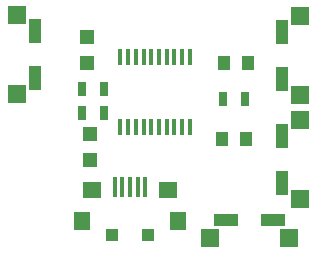
<source format=gbr>
G04 #@! TF.GenerationSoftware,KiCad,Pcbnew,5.0.1*
G04 #@! TF.CreationDate,2019-03-05T21:59:43-06:00*
G04 #@! TF.ProjectId,CH552Devboard,4348353532446576626F6172642E6B69,rev?*
G04 #@! TF.SameCoordinates,Original*
G04 #@! TF.FileFunction,Paste,Top*
G04 #@! TF.FilePolarity,Positive*
%FSLAX46Y46*%
G04 Gerber Fmt 4.6, Leading zero omitted, Abs format (unit mm)*
G04 Created by KiCad (PCBNEW 5.0.1) date Tue 05 Mar 2019 09:59:43 PM CST*
%MOMM*%
%LPD*%
G01*
G04 APERTURE LIST*
%ADD10R,1.000000X1.250000*%
%ADD11R,1.200000X1.200000*%
%ADD12R,1.500000X1.400000*%
%ADD13R,0.400000X1.800000*%
%ADD14R,1.350000X1.500000*%
%ADD15R,1.100000X1.000000*%
%ADD16R,0.700000X1.300000*%
%ADD17R,1.524000X1.524000*%
%ADD18R,1.000000X2.000000*%
%ADD19R,0.450000X1.450000*%
%ADD20R,2.000000X1.000000*%
G04 APERTURE END LIST*
D10*
G04 #@! TO.C,C1*
X174400000Y-107000000D03*
X176400000Y-107000000D03*
G04 #@! TD*
G04 #@! TO.C,C2*
X174200000Y-113400000D03*
X176200000Y-113400000D03*
G04 #@! TD*
D11*
G04 #@! TO.C,D1*
X163000000Y-113000000D03*
X163000000Y-115200000D03*
G04 #@! TD*
G04 #@! TO.C,D2*
X162800000Y-104800000D03*
X162800000Y-107000000D03*
G04 #@! TD*
D12*
G04 #@! TO.C,J2*
X163150000Y-117700000D03*
X169650000Y-117700000D03*
D13*
X166400000Y-117500000D03*
X165750000Y-117500000D03*
X167050000Y-117500000D03*
X165100000Y-117500000D03*
X167700000Y-117500000D03*
D14*
X162325000Y-120370000D03*
X170475000Y-120370000D03*
D15*
X164900000Y-121550000D03*
X167900000Y-121550000D03*
G04 #@! TD*
D16*
G04 #@! TO.C,R1*
X176150000Y-110000000D03*
X174250000Y-110000000D03*
G04 #@! TD*
D17*
G04 #@! TO.C,SW3*
X180800000Y-111800000D03*
X180800000Y-118500000D03*
D18*
X179250000Y-113150000D03*
X179250000Y-117150000D03*
G04 #@! TD*
D19*
G04 #@! TO.C,U1*
X171450000Y-106500000D03*
X170800000Y-106500000D03*
X170150000Y-106500000D03*
X169500000Y-106500000D03*
X168850000Y-106500000D03*
X168200000Y-106500000D03*
X167550000Y-106500000D03*
X166900000Y-106500000D03*
X166250000Y-106500000D03*
X165600000Y-106500000D03*
X165600000Y-112400000D03*
X166250000Y-112400000D03*
X166900000Y-112400000D03*
X167550000Y-112400000D03*
X168200000Y-112400000D03*
X168850000Y-112400000D03*
X169500000Y-112400000D03*
X170150000Y-112400000D03*
X170800000Y-112400000D03*
X171450000Y-112400000D03*
G04 #@! TD*
D17*
G04 #@! TO.C,SW1*
X179900000Y-121800000D03*
X173200000Y-121800000D03*
D20*
X178550000Y-120250000D03*
X174550000Y-120250000D03*
G04 #@! TD*
D18*
G04 #@! TO.C,SW2*
X158350000Y-104250000D03*
X158350000Y-108250000D03*
D17*
X156800000Y-102900000D03*
X156800000Y-109600000D03*
G04 #@! TD*
G04 #@! TO.C,SW4*
X180800000Y-103000000D03*
X180800000Y-109700000D03*
D18*
X179250000Y-104350000D03*
X179250000Y-108350000D03*
G04 #@! TD*
D16*
G04 #@! TO.C,R2*
X162300000Y-111200000D03*
X164200000Y-111200000D03*
G04 #@! TD*
G04 #@! TO.C,R3*
X164200000Y-109200000D03*
X162300000Y-109200000D03*
G04 #@! TD*
M02*

</source>
